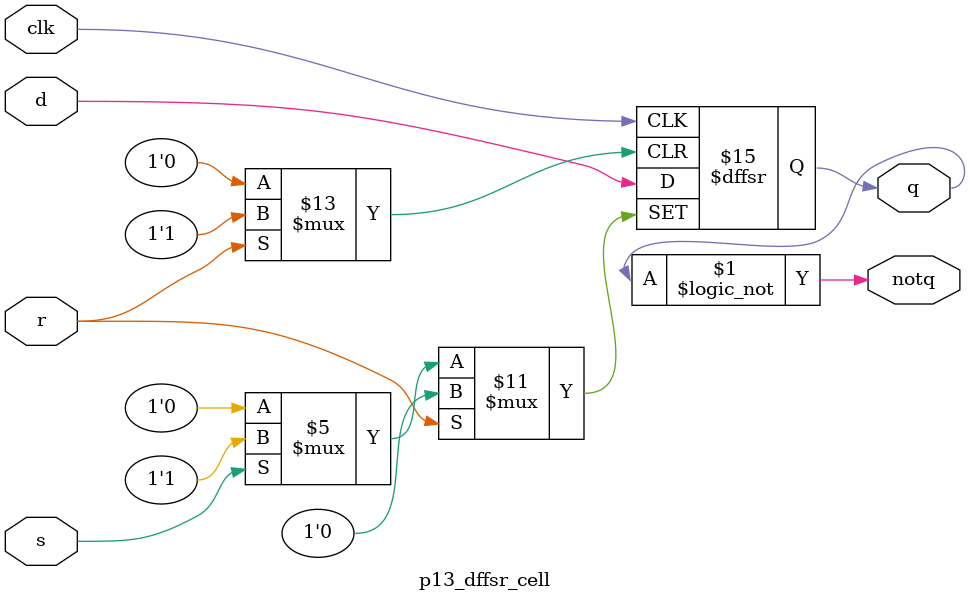
<source format=v>
/* 
This file provides the mapping from the Wokwi modules to Verilog HDL

It's only needed for Wokwi designs

*/
`define default_netname none

module p13_buffer_cell (
    input wire in,
    output wire out
    );
    assign out = in;
endmodule

module p13_and_cell (
    input wire a,
    input wire b,
    output wire out
    );

    assign out = a & b;
endmodule

module p13_or_cell (
    input wire a,
    input wire b,
    output wire out
    );

    assign out = a | b;
endmodule

module p13_xor_cell (
    input wire a,
    input wire b,
    output wire out
    );

    assign out = a ^ b;
endmodule

module p13_nand_cell (
    input wire a,
    input wire b,
    output wire out
    );

    assign out = !(a&b);
endmodule

module p13_not_cell (
    input wire in,
    output wire out
    );

    assign out = !in;
endmodule

module p13_mux_cell (
    input wire a,
    input wire b,
    input wire sel,
    output wire out
    );

    assign out = sel ? b : a;
endmodule

module p13_dff_cell (
    input wire clk,
    input wire d,
    output reg q,
    output wire notq
    );

    assign notq = !q;
    always @(posedge clk)
        q <= d;

endmodule

module p13_dffsr_cell (
    input wire clk,
    input wire d,
    input wire s,
    input wire r,
    output reg q,
    output wire notq
    );

    assign notq = !q;

    always @(posedge clk or posedge s or posedge r) begin
        if (r)
            q <= 0;
        else if (s)
            q <= 1;
        else
            q <= d;
    end
endmodule

</source>
